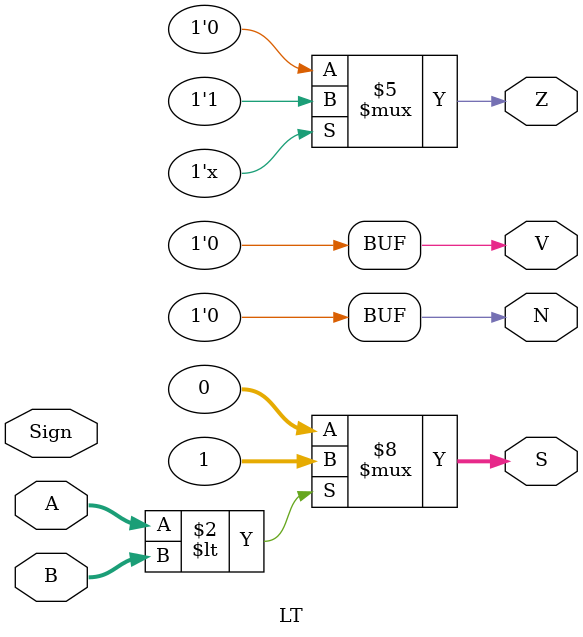
<source format=v>
`timescale 1ns / 1ps

module LT( A, B, Sign, S, Z, V, N);

    input [31:0] A;
    input [31:0] B;
    input Sign;

    output reg [31:0] S;
    output reg Z;
    output reg V;
    output reg N;

    always@(*)
    begin
        if (A < B) S <= 1;
	    else S <= 0;
        V <= 0;
        N <= 0;
        if (S == 0) Z <= 1;
        else Z <= 0;
    end

endmodule

</source>
